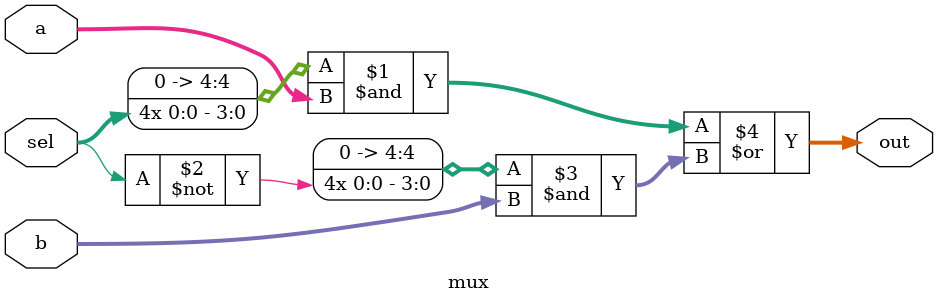
<source format=v>
module mux( 
input [4:0] a, b,
input sel,
output [4:0] out );
// When sel=0, assign a to out. 
// When sel=1, assign b to out.
assign out = ({4{sel}}&a) | ({4{~sel}} & b);
endmodule

</source>
